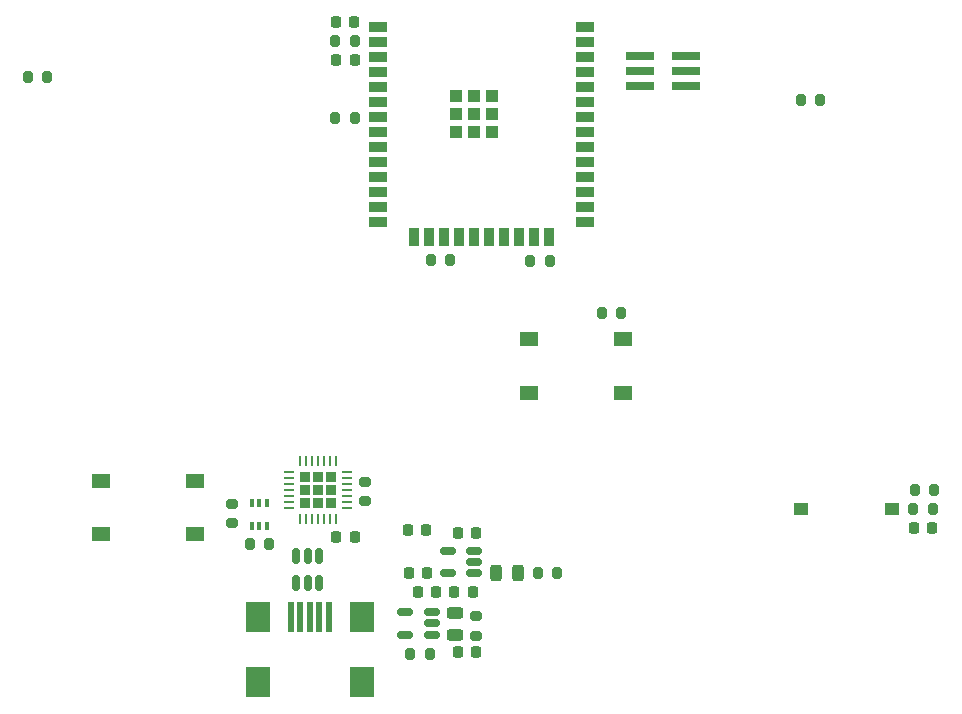
<source format=gbr>
%TF.GenerationSoftware,KiCad,Pcbnew,8.0.6*%
%TF.CreationDate,2025-03-30T10:45:59+02:00*%
%TF.ProjectId,RcSender,52635365-6e64-4657-922e-6b696361645f,rev?*%
%TF.SameCoordinates,Original*%
%TF.FileFunction,Paste,Top*%
%TF.FilePolarity,Positive*%
%FSLAX46Y46*%
G04 Gerber Fmt 4.6, Leading zero omitted, Abs format (unit mm)*
G04 Created by KiCad (PCBNEW 8.0.6) date 2025-03-30 10:45:59*
%MOMM*%
%LPD*%
G01*
G04 APERTURE LIST*
G04 Aperture macros list*
%AMRoundRect*
0 Rectangle with rounded corners*
0 $1 Rounding radius*
0 $2 $3 $4 $5 $6 $7 $8 $9 X,Y pos of 4 corners*
0 Add a 4 corners polygon primitive as box body*
4,1,4,$2,$3,$4,$5,$6,$7,$8,$9,$2,$3,0*
0 Add four circle primitives for the rounded corners*
1,1,$1+$1,$2,$3*
1,1,$1+$1,$4,$5*
1,1,$1+$1,$6,$7*
1,1,$1+$1,$8,$9*
0 Add four rect primitives between the rounded corners*
20,1,$1+$1,$2,$3,$4,$5,0*
20,1,$1+$1,$4,$5,$6,$7,0*
20,1,$1+$1,$6,$7,$8,$9,0*
20,1,$1+$1,$8,$9,$2,$3,0*%
G04 Aperture macros list end*
%ADD10RoundRect,0.200000X-0.275000X0.200000X-0.275000X-0.200000X0.275000X-0.200000X0.275000X0.200000X0*%
%ADD11RoundRect,0.100000X0.100000X-0.225000X0.100000X0.225000X-0.100000X0.225000X-0.100000X-0.225000X0*%
%ADD12R,1.500000X0.900000*%
%ADD13R,0.900000X1.500000*%
%ADD14R,1.050000X1.050000*%
%ADD15RoundRect,0.150000X0.512500X0.150000X-0.512500X0.150000X-0.512500X-0.150000X0.512500X-0.150000X0*%
%ADD16RoundRect,0.200000X0.275000X-0.200000X0.275000X0.200000X-0.275000X0.200000X-0.275000X-0.200000X0*%
%ADD17RoundRect,0.225000X0.225000X0.250000X-0.225000X0.250000X-0.225000X-0.250000X0.225000X-0.250000X0*%
%ADD18RoundRect,0.243750X-0.243750X-0.456250X0.243750X-0.456250X0.243750X0.456250X-0.243750X0.456250X0*%
%ADD19RoundRect,0.200000X0.200000X0.275000X-0.200000X0.275000X-0.200000X-0.275000X0.200000X-0.275000X0*%
%ADD20RoundRect,0.243750X0.456250X-0.243750X0.456250X0.243750X-0.456250X0.243750X-0.456250X-0.243750X0*%
%ADD21RoundRect,0.225000X-0.225000X-0.250000X0.225000X-0.250000X0.225000X0.250000X-0.225000X0.250000X0*%
%ADD22RoundRect,0.218750X0.218750X0.256250X-0.218750X0.256250X-0.218750X-0.256250X0.218750X-0.256250X0*%
%ADD23R,1.550000X1.300000*%
%ADD24RoundRect,0.200000X-0.200000X-0.275000X0.200000X-0.275000X0.200000X0.275000X-0.200000X0.275000X0*%
%ADD25R,2.400000X0.740000*%
%ADD26RoundRect,0.225000X0.225000X-0.225000X0.225000X0.225000X-0.225000X0.225000X-0.225000X-0.225000X0*%
%ADD27RoundRect,0.062500X0.062500X-0.337500X0.062500X0.337500X-0.062500X0.337500X-0.062500X-0.337500X0*%
%ADD28RoundRect,0.062500X0.337500X-0.062500X0.337500X0.062500X-0.337500X0.062500X-0.337500X-0.062500X0*%
%ADD29R,1.250000X1.000000*%
%ADD30RoundRect,0.150000X0.150000X-0.512500X0.150000X0.512500X-0.150000X0.512500X-0.150000X-0.512500X0*%
%ADD31R,0.500000X2.500000*%
%ADD32R,2.000000X2.500000*%
G04 APERTURE END LIST*
D10*
%TO.C,R13*%
X64200000Y-121500000D03*
X64200000Y-123150000D03*
%TD*%
D11*
%TO.C,Q1*%
X54580000Y-125220000D03*
X55230000Y-125220000D03*
X55880000Y-125220000D03*
X55880000Y-123320000D03*
X55230000Y-123320000D03*
X54580000Y-123320000D03*
%TD*%
D12*
%TO.C,U4*%
X65305000Y-83035000D03*
X65305000Y-84305000D03*
X65305000Y-85575000D03*
X65305000Y-86845000D03*
X65305000Y-88115000D03*
X65305000Y-89385000D03*
X65305000Y-90655000D03*
X65305000Y-91925000D03*
X65305000Y-93195000D03*
X65305000Y-94465000D03*
X65305000Y-95735000D03*
X65305000Y-97005000D03*
X65305000Y-98275000D03*
X65305000Y-99545000D03*
D13*
X68345000Y-100795000D03*
X69615000Y-100795000D03*
X70885000Y-100795000D03*
X72155000Y-100795000D03*
X73425000Y-100795000D03*
X74695000Y-100795000D03*
X75965000Y-100795000D03*
X77235000Y-100795000D03*
X78505000Y-100795000D03*
X79775000Y-100795000D03*
D12*
X82805000Y-99545000D03*
X82805000Y-98275000D03*
X82805000Y-97005000D03*
X82805000Y-95735000D03*
X82805000Y-94465000D03*
X82805000Y-93195000D03*
X82805000Y-91925000D03*
X82805000Y-90655000D03*
X82805000Y-89385000D03*
X82805000Y-88115000D03*
X82805000Y-86845000D03*
X82805000Y-85575000D03*
X82805000Y-84305000D03*
X82805000Y-83035000D03*
D14*
X71850000Y-88850000D03*
X71850000Y-90375000D03*
X71850000Y-91900000D03*
X73375000Y-88850000D03*
X73375000Y-90375000D03*
X73375000Y-91900000D03*
X74900000Y-88850000D03*
X74900000Y-90375000D03*
X74900000Y-91900000D03*
%TD*%
D15*
%TO.C,U2*%
X73425000Y-129250000D03*
X73425000Y-128300000D03*
X73425000Y-127350000D03*
X71150000Y-127350000D03*
X71150000Y-129250000D03*
%TD*%
D16*
%TO.C,R2*%
X73600000Y-134550000D03*
X73600000Y-132900000D03*
%TD*%
D17*
%TO.C,C3*%
X73575000Y-125800000D03*
X72025000Y-125800000D03*
%TD*%
D18*
%TO.C,D2*%
X75225000Y-129200000D03*
X77100000Y-129200000D03*
%TD*%
D19*
%TO.C,R3*%
X80450000Y-129200000D03*
X78800000Y-129200000D03*
%TD*%
D20*
%TO.C,D1*%
X71800000Y-134475000D03*
X71800000Y-132600000D03*
%TD*%
D21*
%TO.C,C9*%
X61750000Y-126200000D03*
X63300000Y-126200000D03*
%TD*%
D22*
%TO.C,FB1*%
X73275000Y-130800000D03*
X71700000Y-130800000D03*
%TD*%
D23*
%TO.C,SW3*%
X78020000Y-109450000D03*
X85980000Y-109450000D03*
X78020000Y-113950000D03*
X85980000Y-113950000D03*
%TD*%
D24*
%TO.C,R7*%
X84200000Y-107200000D03*
X85850000Y-107200000D03*
%TD*%
D17*
%TO.C,C1*%
X73575000Y-135950000D03*
X72025000Y-135950000D03*
%TD*%
D24*
%TO.C,R5*%
X35600000Y-87200000D03*
X37250000Y-87200000D03*
%TD*%
%TO.C,R12*%
X101050000Y-89200000D03*
X102700000Y-89200000D03*
%TD*%
D25*
%TO.C,J3*%
X87450000Y-85430000D03*
X91350000Y-85430000D03*
X87450000Y-86700000D03*
X91350000Y-86700000D03*
X87450000Y-87970000D03*
X91350000Y-87970000D03*
%TD*%
D26*
%TO.C,U7*%
X59080000Y-123320000D03*
X60200000Y-123320000D03*
X61320000Y-123320000D03*
X59080000Y-122200000D03*
X60200000Y-122200000D03*
X61320000Y-122200000D03*
X59080000Y-121080000D03*
X60200000Y-121080000D03*
X61320000Y-121080000D03*
D27*
X58700000Y-124650000D03*
X59200000Y-124650000D03*
X59700000Y-124650000D03*
X60200000Y-124650000D03*
X60700000Y-124650000D03*
X61200000Y-124650000D03*
X61700000Y-124650000D03*
D28*
X62650000Y-123700000D03*
X62650000Y-123200000D03*
X62650000Y-122700000D03*
X62650000Y-122200000D03*
X62650000Y-121700000D03*
X62650000Y-121200000D03*
X62650000Y-120700000D03*
D27*
X61700000Y-119750000D03*
X61200000Y-119750000D03*
X60700000Y-119750000D03*
X60200000Y-119750000D03*
X59700000Y-119750000D03*
X59200000Y-119750000D03*
X58700000Y-119750000D03*
D28*
X57750000Y-120700000D03*
X57750000Y-121200000D03*
X57750000Y-121700000D03*
X57750000Y-122200000D03*
X57750000Y-122700000D03*
X57750000Y-123200000D03*
X57750000Y-123700000D03*
%TD*%
D29*
%TO.C,BT1*%
X101050000Y-123800000D03*
X108800000Y-123800000D03*
%TD*%
D10*
%TO.C,R15*%
X52900000Y-123375000D03*
X52900000Y-125025000D03*
%TD*%
D24*
%TO.C,R14*%
X54400000Y-126800000D03*
X56050000Y-126800000D03*
%TD*%
D30*
%TO.C,U3*%
X58350000Y-130037500D03*
X59300000Y-130037500D03*
X60250000Y-130037500D03*
X60250000Y-127762500D03*
X59300000Y-127762500D03*
X58350000Y-127762500D03*
%TD*%
D17*
%TO.C,C4*%
X69450000Y-129200000D03*
X67900000Y-129200000D03*
%TD*%
D24*
%TO.C,R8*%
X78150000Y-102800000D03*
X79800000Y-102800000D03*
%TD*%
%TO.C,R9*%
X61650000Y-84200000D03*
X63300000Y-84200000D03*
%TD*%
D21*
%TO.C,C5*%
X110625000Y-125400000D03*
X112175000Y-125400000D03*
%TD*%
D17*
%TO.C,C2*%
X70200000Y-130800000D03*
X68650000Y-130800000D03*
%TD*%
D23*
%TO.C,SW4*%
X41840000Y-121400000D03*
X49800000Y-121400000D03*
X41840000Y-125900000D03*
X49800000Y-125900000D03*
%TD*%
D17*
%TO.C,C8*%
X69350000Y-125550000D03*
X67800000Y-125550000D03*
%TD*%
D24*
%TO.C,R1*%
X68000000Y-136050000D03*
X69650000Y-136050000D03*
%TD*%
D19*
%TO.C,R11*%
X63300000Y-90700000D03*
X61650000Y-90700000D03*
%TD*%
D21*
%TO.C,C6*%
X61750000Y-85800000D03*
X63300000Y-85800000D03*
%TD*%
D17*
%TO.C,C7*%
X63250000Y-82600000D03*
X61700000Y-82600000D03*
%TD*%
D19*
%TO.C,R10*%
X112350000Y-122200000D03*
X110700000Y-122200000D03*
%TD*%
D15*
%TO.C,U1*%
X69800000Y-134450000D03*
X69800000Y-133500000D03*
X69800000Y-132550000D03*
X67525000Y-132550000D03*
X67525000Y-134450000D03*
%TD*%
D19*
%TO.C,R6*%
X71400000Y-102700000D03*
X69750000Y-102700000D03*
%TD*%
%TO.C,R4*%
X112250000Y-123800000D03*
X110600000Y-123800000D03*
%TD*%
D31*
%TO.C,J1*%
X57900000Y-132975000D03*
X58700000Y-132975000D03*
X59500000Y-132975000D03*
X60300000Y-132975000D03*
X61100000Y-132975000D03*
D32*
X55100000Y-132975000D03*
X55100000Y-138475000D03*
X63900000Y-132975000D03*
X63900000Y-138475000D03*
%TD*%
M02*

</source>
